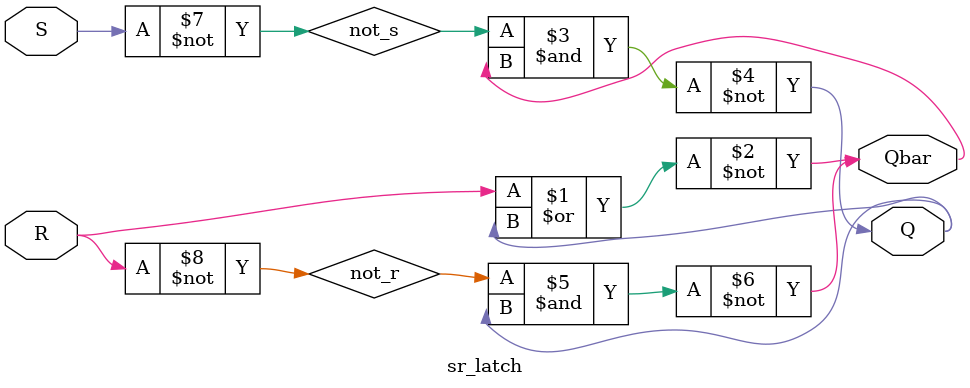
<source format=v>
module sr_latch(
    input S, R,
    output Q, Qbar
);
		wire not_s, not_r;
    nor(Qbar, R, Q);
		not(not_s, S);
		not(not_r, R);

    nand(Q, not_s, Qbar); 
		nand(Qbar, not_r, Q);
endmodule

</source>
